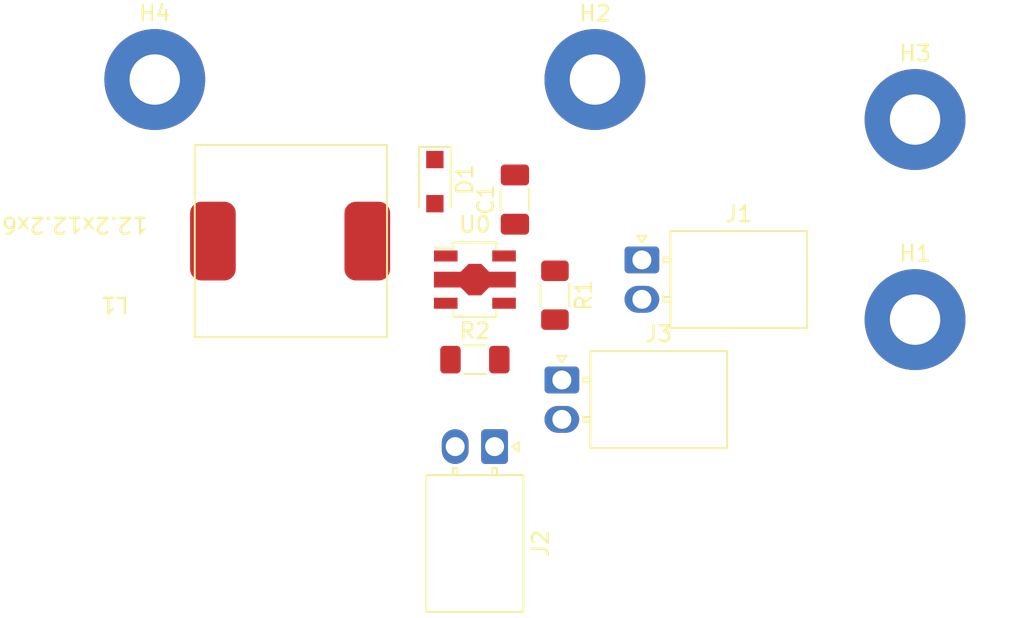
<source format=kicad_pcb>
(kicad_pcb (version 20211014) (generator pcbnew)
  (layers (0 "F.Cu" signal) (31 "B.Cu" power) (34 "B.Paste" user) (35 "F.Paste" user) (36 "B.SilkS" user "B.Silkscreen") (37 "F.SilkS" user "F.Silkscreen") (38 "B.Mask" user) (39 "F.Mask" user) (44 "Edge.Cuts" user))
  (net 0 "")
  (net 1 "+5V")
  (net 2 "GND")
  (net 3 "Net-(D1-Pad2)")
  (net 4 "Net-(J3-Pad1)")
  (net 5 "Net-(J3-Pad2)")
  (net 6 "Net-(J2-Pad1)")
  (footprint "Diode_SMD:D_SOD-123F" (layer "F.Cu") (at 137.16 75.06 -90)
    (fp_text reference "D1" (at -0.127 -1.905 90) (layer "F.SilkS"))
    (fp_text value "D_Schottky")
    (fp_line (start -2.2 -1) (end 1.65 -1) (layer "F.SilkS") (width 0.12))
    (fp_line (start -2.2 1) (end 1.65 1) (layer "F.SilkS") (width 0.12))
    (fp_line (start -2.2 -1) (end -2.2 1) (layer "F.SilkS") (width 0.12))
    (pad "1" smd rect (at -1.4 0 270) (size 1.1 1.1) (layers "F.Cu" "F.Paste" "F.Mask") (net 1 "+5V"))
    (pad "2" smd rect (at 1.4 0 270) (size 1.1 1.1) (layers "F.Cu" "F.Paste" "F.Mask") (net 3 "Net-(D1-Pad2)"))
  )
  (footprint "Capacitor_SMD:C_1206_3216Metric_Pad1.33x1.80mm_HandSolder" (layer "F.Cu") (at 142.24 76.2 90)
    (fp_text reference "C1" (at 0 -1.85 90) (layer "F.SilkS"))
    (fp_text value "10uF")
    (fp_line (start -0.711252 0.91) (end 0.711252 0.91) (layer "F.SilkS") (width 0.12))
    (fp_line (start -0.711252 -0.91) (end 0.711252 -0.91) (layer "F.SilkS") (width 0.12))
    (pad "1" smd roundrect (at -1.5625 0 90) (size 1.325 1.8) (layers "F.Cu" "F.Paste" "F.Mask") (roundrect_rratio 0.188679) (net 1 "+5V"))
    (pad "2" smd roundrect (at 1.5625 0 90) (size 1.325 1.8) (layers "F.Cu" "F.Paste" "F.Mask") (roundrect_rratio 0.188679) (net 2 "GND"))
  )
  (footprint "MountingHole:MountingHole_3.2mm_M3_Pad" (layer "F.Cu") (at 147.32 68.58)
    (fp_text reference "H2" (at 0 -4.2) (layer "F.SilkS"))
    (fp_text value "MountingHole_Pad")
    (pad "1" thru_hole circle (at 0 0) (size 6.4 6.4) (drill 3.2) (layers *.Cu *.Mask) (net 2 "GND"))
  )
  (footprint "Connector_Molex:Molex_Nano-Fit_105313-xx02_1x02_P2.50mm_Horizontal" (layer "F.Cu") (at 145.22 87.65)
    (fp_text reference "J3" (at 6.15 -2.92) (layer "F.SilkS"))
    (fp_text value "LASER")
    (fp_line (start 1.81 -0.15) (end 1.36 -0.15) (layer "F.SilkS") (width 0.12))
    (fp_line (start 10.49 -1.83) (end 1.81 -1.83) (layer "F.SilkS") (width 0.12))
    (fp_line (start 1.36 0.15) (end 1.81 0.15) (layer "F.SilkS") (width 0.12))
    (fp_line (start 1.81 4.33) (end 10.49 4.33) (layer "F.SilkS") (width 0.12))
    (fp_line (start 1.81 0.15) (end 1.81 -0.15) (layer "F.SilkS") (width 0.12))
    (fp_line (start 1.36 -0.15) (end 1.36 0.15) (layer "F.SilkS") (width 0.12))
    (fp_line (start 0 -1.11) (end 0.3 -1.534264) (layer "F.SilkS") (width 0.12))
    (fp_line (start -0.3 -1.534264) (end 0 -1.11) (layer "F.SilkS") (width 0.12))
    (fp_line (start 0.3 -1.534264) (end -0.3 -1.534264) (layer "F.SilkS") (width 0.12))
    (fp_line (start 1.81 -1.83) (end 1.81 4.33) (layer "F.SilkS") (width 0.12))
    (fp_line (start 10.49 4.33) (end 10.49 -1.83) (layer "F.SilkS") (width 0.12))
    (fp_line (start 1.36 2.35) (end 1.36 2.65) (layer "F.SilkS") (width 0.12))
    (fp_line (start 1.81 2.35) (end 1.36 2.35) (layer "F.SilkS") (width 0.12))
    (fp_line (start 1.36 2.65) (end 1.81 2.65) (layer "F.SilkS") (width 0.12))
    (fp_line (start 1.81 2.65) (end 1.81 2.35) (layer "F.SilkS") (width 0.12))
    (pad "" np_thru_hole circle (at 7.18 0) (size 1.7 1.7) (drill 1.7) (layers *.Cu *.Mask))
    (pad "" np_thru_hole circle (at 7.18 2.5) (size 1.7 1.7) (drill 1.7) (layers *.Cu *.Mask))
    (pad "1" thru_hole roundrect (at 0 0) (size 2.2 1.7) (drill 1.2) (layers *.Cu *.Mask) (roundrect_rratio 0.147059) (net 4 "Net-(J3-Pad1)"))
    (pad "2" thru_hole oval (at 0 2.5) (size 2.2 1.7) (drill 1.2) (layers *.Cu *.Mask) (net 5 "Net-(J3-Pad2)"))
  )
  (footprint "Resistor_SMD:R_1206_3216Metric_Pad1.30x1.75mm_HandSolder" (layer "F.Cu") (at 144.78 82.27 -90)
    (fp_text reference "R1" (at 0 -1.82 90) (layer "F.SilkS"))
    (fp_text value "1.4R")
    (fp_line (start -0.727064 -0.91) (end 0.727064 -0.91) (layer "F.SilkS") (width 0.12))
    (fp_line (start -0.727064 0.91) (end 0.727064 0.91) (layer "F.SilkS") (width 0.12))
    (pad "1" smd roundrect (at -1.55 0 270) (size 1.3 1.75) (layers "F.Cu" "F.Paste" "F.Mask") (roundrect_rratio 0.192308) (net 1 "+5V"))
    (pad "2" smd roundrect (at 1.55 0 270) (size 1.3 1.75) (layers "F.Cu" "F.Paste" "F.Mask") (roundrect_rratio 0.192308) (net 5 "Net-(J3-Pad2)"))
  )
  (footprint "Custom:4800S" (layer "F.Cu") (at 121.92 72.735 180)
    (fp_text reference "L1" (at 5.08 -10.16 180 unlocked) (layer "F.SilkS"))
    (fp_text value "33uH")
    (fp_text user "12.2x12.2x6" (at 7.62 -5.08 180 unlocked) (layer "F.SilkS"))
    (fp_rect (start -12.2 -12.2) (end 0 0) (layer "F.SilkS") (width 0.12) (fill none))
    (pad "1" smd roundrect (at -1.15 -6.1 180) (size 2.9 5) (layers "F.Cu" "F.Paste" "F.Mask") (net 4 "Net-(J3-Pad1)"))
    (pad "2" smd roundrect (at -10.95 -6.1 180) (size 2.9 5) (layers "F.Cu" "F.Paste" "F.Mask") (net 3 "Net-(D1-Pad2)"))
  )
  (footprint "Connector_Molex:Molex_Nano-Fit_105313-xx02_1x02_P2.50mm_Horizontal" (layer "F.Cu") (at 140.95 91.88 -90)
    (fp_text reference "J2" (at 6.15 -2.92 90) (layer "F.SilkS"))
    (fp_text value "CONTROL")
    (fp_line (start 1.81 2.65) (end 1.81 2.35) (layer "F.SilkS") (width 0.12))
    (fp_line (start 1.81 4.33) (end 10.49 4.33) (layer "F.SilkS") (width 0.12))
    (fp_line (start 0 -1.11) (end 0.3 -1.534264) (layer "F.SilkS") (width 0.12))
    (fp_line (start 1.36 -0.15) (end 1.36 0.15) (layer "F.SilkS") (width 0.12))
    (fp_line (start -0.3 -1.534264) (end 0 -1.11) (layer "F.SilkS") (width 0.12))
    (fp_line (start 10.49 4.33) (end 10.49 -1.83) (layer "F.SilkS") (width 0.12))
    (fp_line (start 10.49 -1.83) (end 1.81 -1.83) (layer "F.SilkS") (width 0.12))
    (fp_line (start 1.81 2.35) (end 1.36 2.35) (layer "F.SilkS") (width 0.12))
    (fp_line (start 1.36 0.15) (end 1.81 0.15) (layer "F.SilkS") (width 0.12))
    (fp_line (start 1.81 0.15) (end 1.81 -0.15) (layer "F.SilkS") (width 0.12))
    (fp_line (start 1.36 2.35) (end 1.36 2.65) (layer "F.SilkS") (width 0.12))
    (fp_line (start 1.36 2.65) (end 1.81 2.65) (layer "F.SilkS") (width 0.12))
    (fp_line (start 1.81 -1.83) (end 1.81 4.33) (layer "F.SilkS") (width 0.12))
    (fp_line (start 0.3 -1.534264) (end -0.3 -1.534264) (layer "F.SilkS") (width 0.12))
    (fp_line (start 1.81 -0.15) (end 1.36 -0.15) (layer "F.SilkS") (width 0.12))
    (pad "" np_thru_hole circle (at 7.18 2.5 270) (size 1.7 1.7) (drill 1.7) (layers *.Cu *.Mask))
    (pad "" np_thru_hole circle (at 7.18 0 270) (size 1.7 1.7) (drill 1.7) (layers *.Cu *.Mask))
    (pad "1" thru_hole roundrect (at 0 0 270) (size 2.2 1.7) (drill 1.2) (layers *.Cu *.Mask) (roundrect_rratio 0.147059) (net 6 "Net-(J2-Pad1)"))
    (pad "2" thru_hole oval (at 0 2.5 270) (size 2.2 1.7) (drill 1.2) (layers *.Cu *.Mask) (net 2 "GND"))
  )
  (footprint "Package_TO_SOT_SMD:SOT-89-5" (layer "F.Cu") (at 139.7 81.28)
    (fp_text reference "U0" (at 0 -3.5) (layer "F.SilkS"))
    (fp_text value "AL8861Y-13")
    (fp_line (start 1.36 2.36) (end -1.36 2.36) (layer "F.SilkS") (width 0.12))
    (fp_line (start -1.36 2.36) (end -1.36 2.03) (layer "F.SilkS") (width 0.12))
    (fp_line (start 1.36 2.03) (end 1.36 2.36) (layer "F.SilkS") (width 0.12))
    (fp_line (start 1.36 -2.36) (end 1.36 -2.03) (layer "F.SilkS") (width 0.12))
    (fp_line (start -2.54 -2.03) (end -1.36 -2.03) (layer "F.SilkS") (width 0.12))
    (fp_line (start -1.36 -2.36) (end 1.36 -2.36) (layer "F.SilkS") (width 0.12))
    (fp_line (start -1.36 -2.36) (end -1.36 -2.03) (layer "F.SilkS") (width 0.12))
    (pad "1" smd rect (at -1.85 -1.5) (size 1.5 0.7) (layers "F.Cu" "F.Paste" "F.Mask") (net 3 "Net-(D1-Pad2)"))
    (pad "2" smd custom (at 0 0) (size 0.8 2) (layers "F.Cu" "F.Paste" "F.Mask") (net 2 "GND") (options (clearance outline) (anchor rect)) (primitives (gr_poly (pts (xy 0.9 -0.5) (xy 2.6 -0.5) (xy 2.6 0.5) (xy 0.9 0.5) (xy 0.4 1) (xy -0.4 1) (xy -0.9 0.5) (xy -2.6 0.5) (xy -2.6 -0.5) (xy -0.9 -0.5) (xy -0.4 -1) (xy 0.4 -1)) (width 0) (fill yes))))
    (pad "3" smd rect (at -1.85 1.5) (size 1.5 0.7) (layers "F.Cu" "F.Paste" "F.Mask") (net 6 "Net-(J2-Pad1)"))
    (pad "4" smd rect (at 1.85 1.5) (size 1.5 0.7) (layers "F.Cu" "F.Paste" "F.Mask") (net 5 "Net-(J3-Pad2)"))
    (pad "5" smd rect (at 1.85 -1.5) (size 1.5 0.7) (layers "F.Cu" "F.Paste" "F.Mask") (net 1 "+5V"))
  )
  (footprint "MountingHole:MountingHole_3.2mm_M3_Pad" (layer "F.Cu") (at 167.64 71.12)
    (fp_text reference "H3" (at 0 -4.2) (layer "F.SilkS"))
    (fp_text value "MountingHole_Pad")
    (pad "1" thru_hole circle (at 0 0) (size 6.4 6.4) (drill 3.2) (layers *.Cu *.Mask) (net 2 "GND"))
  )
  (footprint "Resistor_SMD:R_1206_3216Metric_Pad1.30x1.75mm_HandSolder" (layer "F.Cu") (at 139.7 86.36)
    (fp_text reference "R2" (at 0 -1.82) (layer "F.SilkS"))
    (fp_text value "10K")
    (fp_line (start -0.727064 0.91) (end 0.727064 0.91) (layer "F.SilkS") (width 0.12))
    (fp_line (start -0.727064 -0.91) (end 0.727064 -0.91) (layer "F.SilkS") (width 0.12))
    (pad "1" smd roundrect (at -1.55 0) (size 1.3 1.75) (layers "F.Cu" "F.Paste" "F.Mask") (roundrect_rratio 0.192308) (net 6 "Net-(J2-Pad1)"))
    (pad "2" smd roundrect (at 1.55 0) (size 1.3 1.75) (layers "F.Cu" "F.Paste" "F.Mask") (roundrect_rratio 0.192308) (net 2 "GND"))
  )
  (footprint "MountingHole:MountingHole_3.2mm_M3_Pad" (layer "F.Cu") (at 119.38 68.58)
    (fp_text reference "H4" (at 0 -4.2) (layer "F.SilkS"))
    (fp_text value "MountingHole_Pad")
    (pad "1" thru_hole circle (at 0 0) (size 6.4 6.4) (drill 3.2) (layers *.Cu *.Mask) (net 2 "GND"))
  )
  (footprint "MountingHole:MountingHole_3.2mm_M3_Pad" (layer "F.Cu") (at 167.64 83.82)
    (fp_text reference "H1" (at 0 -4.2) (layer "F.SilkS"))
    (fp_text value "MountingHole_Pad")
    (pad "1" thru_hole circle (at 0 0) (size 6.4 6.4) (drill 3.2) (layers *.Cu *.Mask) (net 2 "GND"))
  )
  (footprint "Connector_Molex:Molex_Nano-Fit_105313-xx02_1x02_P2.50mm_Horizontal" (layer "F.Cu") (at 150.3 80.03)
    (fp_text reference "J1" (at 6.15 -2.92) (layer "F.SilkS"))
    (fp_text value "POWER")
    (fp_line (start 1.81 2.65) (end 1.81 2.35) (layer "F.SilkS") (width 0.12))
    (fp_line (start 1.36 0.15) (end 1.81 0.15) (layer "F.SilkS") (width 0.12))
    (fp_line (start 1.81 4.33) (end 10.49 4.33) (layer "F.SilkS") (width 0.12))
    (fp_line (start 10.49 -1.83) (end 1.81 -1.83) (layer "F.SilkS") (width 0.12))
    (fp_line (start 1.81 0.15) (end 1.81 -0.15) (layer "F.SilkS") (width 0.12))
    (fp_line (start 10.49 4.33) (end 10.49 -1.83) (layer "F.SilkS") (width 0.12))
    (fp_line (start 1.36 -0.15) (end 1.36 0.15) (layer "F.SilkS") (width 0.12))
    (fp_line (start 1.81 2.35) (end 1.36 2.35) (layer "F.SilkS") (width 0.12))
    (fp_line (start 0 -1.11) (end 0.3 -1.534264) (layer "F.SilkS") (width 0.12))
    (fp_line (start 1.81 -0.15) (end 1.36 -0.15) (layer "F.SilkS") (width 0.12))
    (fp_line (start 1.36 2.65) (end 1.81 2.65) (layer "F.SilkS") (width 0.12))
    (fp_line (start -0.3 -1.534264) (end 0 -1.11) (layer "F.SilkS") (width 0.12))
    (fp_line (start 1.36 2.35) (end 1.36 2.65) (layer "F.SilkS") (width 0.12))
    (fp_line (start 0.3 -1.534264) (end -0.3 -1.534264) (layer "F.SilkS") (width 0.12))
    (fp_line (start 1.81 -1.83) (end 1.81 4.33) (layer "F.SilkS") (width 0.12))
    (pad "" np_thru_hole circle (at 7.18 2.5) (size 1.7 1.7) (drill 1.7) (layers *.Cu *.Mask))
    (pad "" np_thru_hole circle (at 7.18 0) (size 1.7 1.7) (drill 1.7) (layers *.Cu *.Mask))
    (pad "1" thru_hole roundrect (at 0 0) (size 2.2 1.7) (drill 1.2) (layers *.Cu *.Mask) (roundrect_rratio 0.147059) (net 1 "+5V"))
    (pad "2" thru_hole oval (at 0 2.5) (size 2.2 1.7) (drill 1.2) (layers *.Cu *.Mask) (net 2 "GND"))
  )
)
</source>
